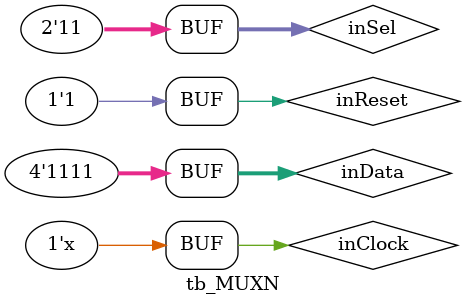
<source format=sv>
`timescale 1ns / 1ps


 
module tb_MUXN();

    parameter	CLK_PERIOD = 20 ; 
    reg         inClock         ;
    reg		inReset  	;
    reg	[1:0]	inSel   	;
    reg	[3:0]	inData  	;
    reg	[15:0]  outData   	;


initial begin : init
	inClock = 1'b1  ;
	inReset = 1'b1  ;
	inData  = 1'b0  ;
	inSel   = 2'b00 ;
end
 

always #10	inClock = ~inClock ;


initial begin : RESET
	for(int i = 0; i < 5; i++) begin
		inReset = 1'b0 ;
		#CLK_PERIOD ;	
	end
	inReset = 1'b1 ;
end

initial begin : DATA
		for(int i = 0; i < 5; i++) begin
			#CLK_PERIOD ;	
		end
		
		inData = 4'b0000;
		for(int i = 0; i < 8; i++) begin
			#CLK_PERIOD ;	
		end
		
		inData = 4'b0001;
		for(int i = 0; i < 8; i++) begin
			#CLK_PERIOD ;	
		end
		
		inData = 4'b0010;
		for(int i = 0; i < 8; i++) begin
			#CLK_PERIOD ;	
		end
		
		inData = 4'b0011;
		for(int i = 0; i < 8; i++) begin
			#CLK_PERIOD ;	
		end
		
		inData = 4'b0100;
		for(int i = 0; i < 8; i++) begin
			#CLK_PERIOD ;	
		end
		
		inData = 4'b0101;
		for(int i = 0; i < 8; i++) begin
			#CLK_PERIOD ;	
		end
		
		inData = 4'b0110;
		for(int i = 0; i < 8; i++) begin
			#CLK_PERIOD ;	
		end
		
		inData = 4'b0111;
		for(int i = 0; i < 8; i++) begin
			#CLK_PERIOD ;	
		end
		
		inData = 4'b1000;
		for(int i = 0; i < 8; i++) begin
			#CLK_PERIOD ;	
		end
		
		inData = 4'b1001;
		for(int i = 0; i < 8; i++) begin
			#CLK_PERIOD ;	
		end
		
		inData = 4'b1010;
		for(int i = 0; i < 8; i++) begin
			#CLK_PERIOD ;	
		end
		
		inData = 4'b1011;
		for(int i = 0; i < 8; i++) begin
			#CLK_PERIOD ;	
		end
		
		inData = 4'b1100;
		for(int i = 0; i < 8; i++) begin
			#CLK_PERIOD ;	
		end
		
		inData = 4'b1101;
		for(int i = 0; i < 8; i++) begin
			#CLK_PERIOD ;	
		end
		
		inData = 4'b1110;
		for(int i = 0; i < 8; i++) begin
			#CLK_PERIOD ;	
		end
		
		inData = 4'b1111;
		for(int i = 0; i < 8; i++) begin
			#CLK_PERIOD ;	
		end
end	 

initial begin : SEL
		for(int i = 0; i < 5; i++) begin
			#CLK_PERIOD ;	
		end
		
		for(int j = 0; j < 16; j++) begin
			inSel = 2'b00;
			#CLK_PERIOD ; #CLK_PERIOD ;
		
			inSel = 2'b01;
			#CLK_PERIOD ; #CLK_PERIOD ;
		
			inSel = 2'b10;
			#CLK_PERIOD ; #CLK_PERIOD ;
		
			inSel = 2'b11;
			#CLK_PERIOD ; #CLK_PERIOD ;
		end
end	

MUXN u_muxN (
	.inClock (inClock) ,
	.inReset (inReset) ,
	.inData  (inData)  ,
	.inSel   (inSel)   ,
	.outData (outData) 
) ;

endmodule


</source>
